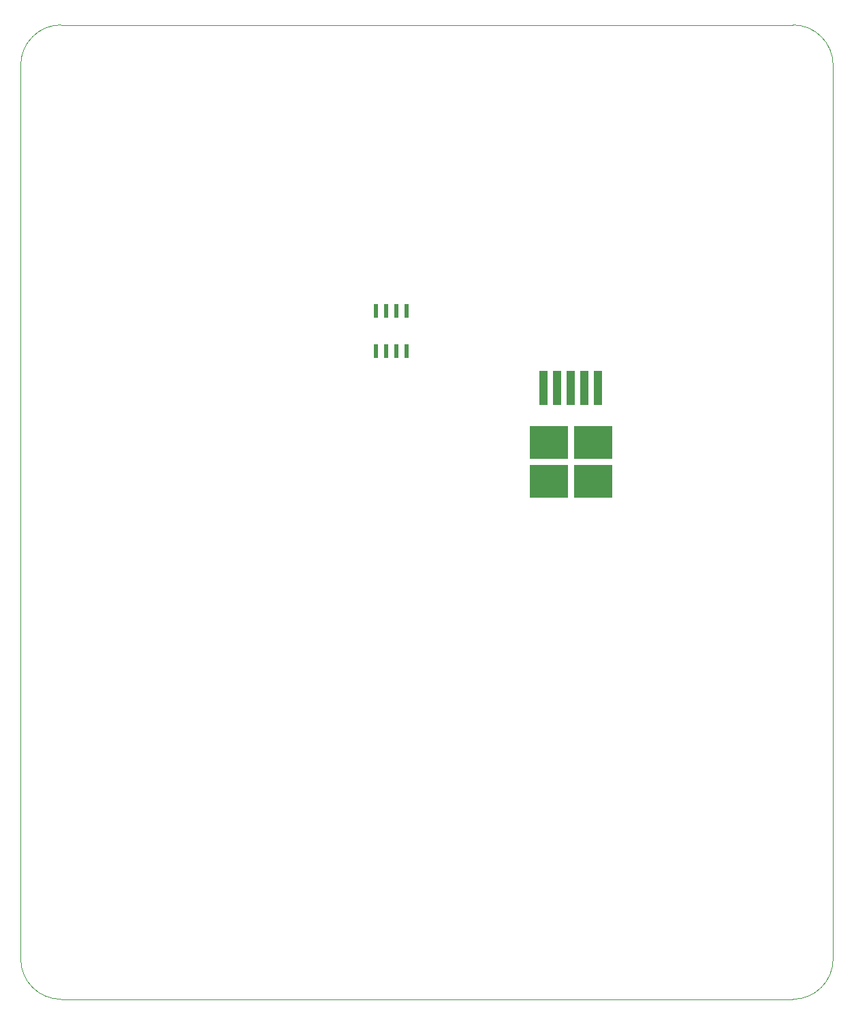
<source format=gbr>
%TF.GenerationSoftware,KiCad,Pcbnew,7.0.8*%
%TF.CreationDate,2023-10-31T22:13:39+02:00*%
%TF.ProjectId,Small_load_V1,536d616c-6c5f-46c6-9f61-645f56312e6b,rev?*%
%TF.SameCoordinates,Original*%
%TF.FileFunction,Paste,Bot*%
%TF.FilePolarity,Positive*%
%FSLAX46Y46*%
G04 Gerber Fmt 4.6, Leading zero omitted, Abs format (unit mm)*
G04 Created by KiCad (PCBNEW 7.0.8) date 2023-10-31 22:13:39*
%MOMM*%
%LPD*%
G01*
G04 APERTURE LIST*
G04 Aperture macros list*
%AMRoundRect*
0 Rectangle with rounded corners*
0 $1 Rounding radius*
0 $2 $3 $4 $5 $6 $7 $8 $9 X,Y pos of 4 corners*
0 Add a 4 corners polygon primitive as box body*
4,1,4,$2,$3,$4,$5,$6,$7,$8,$9,$2,$3,0*
0 Add four circle primitives for the rounded corners*
1,1,$1+$1,$2,$3*
1,1,$1+$1,$4,$5*
1,1,$1+$1,$6,$7*
1,1,$1+$1,$8,$9*
0 Add four rect primitives between the rounded corners*
20,1,$1+$1,$2,$3,$4,$5,0*
20,1,$1+$1,$4,$5,$6,$7,0*
20,1,$1+$1,$6,$7,$8,$9,0*
20,1,$1+$1,$8,$9,$2,$3,0*%
G04 Aperture macros list end*
%ADD10RoundRect,0.052500X0.217500X-0.825000X0.217500X0.825000X-0.217500X0.825000X-0.217500X-0.825000X0*%
%ADD11RoundRect,0.020000X-0.475000X2.050000X-0.475000X-2.050000X0.475000X-2.050000X0.475000X2.050000X0*%
%ADD12RoundRect,0.022500X-2.340000X2.025000X-2.340000X-2.025000X2.340000X-2.025000X2.340000X2.025000X0*%
%TA.AperFunction,Profile*%
%ADD13C,0.100000*%
%TD*%
G04 APERTURE END LIST*
D10*
%TO.C,U6*%
X98005000Y-90475000D03*
X96735000Y-90475000D03*
X95465000Y-90475000D03*
X94195000Y-90475000D03*
X94195000Y-85525000D03*
X95465000Y-85525000D03*
X96735000Y-85525000D03*
X98005000Y-85525000D03*
%TD*%
D11*
%TO.C,U7*%
X115000000Y-95100000D03*
X116700000Y-95100000D03*
X118400000Y-95100000D03*
D12*
X121175000Y-101825000D03*
X115625000Y-101825000D03*
X121175000Y-106675000D03*
X115625000Y-106675000D03*
D11*
X120100000Y-95100000D03*
X121800000Y-95100000D03*
%TD*%
D13*
X151000000Y-55000000D02*
G75*
G03*
X146000000Y-50000000I-5000000J0D01*
G01*
X50000000Y-55000000D02*
X50000000Y-166000000D01*
X50000000Y-166000000D02*
G75*
G03*
X55000000Y-171000000I5000000J0D01*
G01*
X146000000Y-171000000D02*
G75*
G03*
X151000000Y-166000000I0J5000000D01*
G01*
X55000000Y-50000000D02*
G75*
G03*
X50000000Y-55000000I0J-5000000D01*
G01*
X55000000Y-171000000D02*
X146000000Y-171000000D01*
X146000000Y-50000000D02*
X55000000Y-50000000D01*
X151000000Y-166000000D02*
X151000000Y-55000000D01*
M02*

</source>
